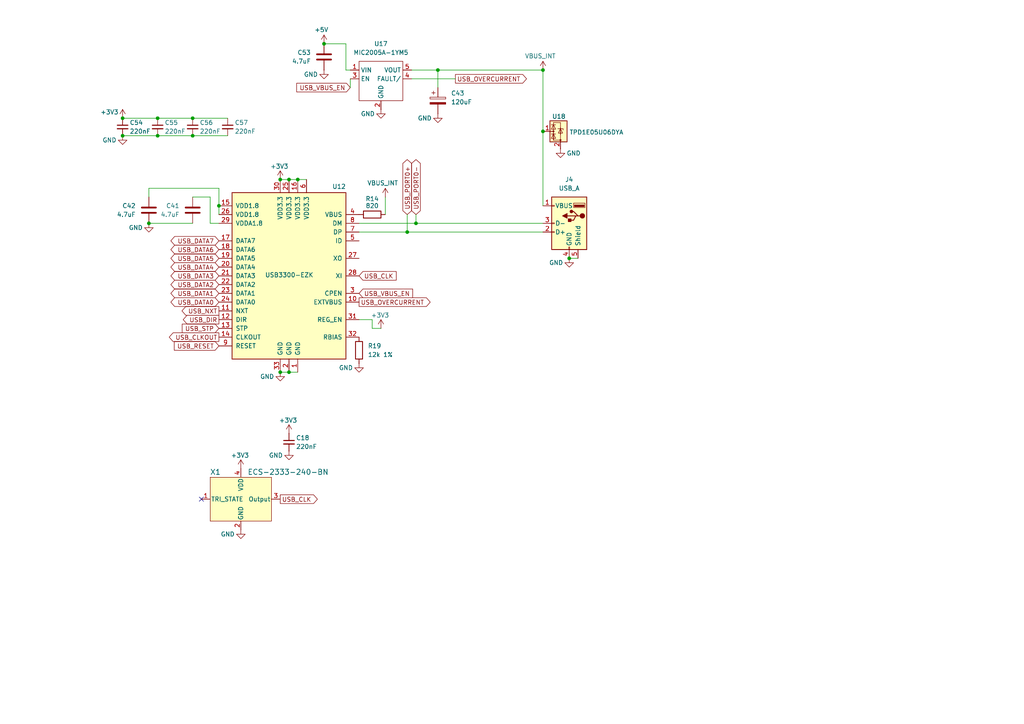
<source format=kicad_sch>
(kicad_sch (version 20231120) (generator "eeschema") (generator_version "8.0")
  (paper "A4")
  (lib_symbols
    (symbol "Connector:USB_A" (pin_names (offset 1.016))
      (property "Reference" "J4" (at 0 12.7 0))
      (property "Value" "USB_A" (at 0 10.16 0))
      (symbol "USB_A_0_1"
        (rectangle (start -5.08 -7.62) (end 5.08 7.62) (stroke (width 0.254)) (fill (type background)))
        (circle (center -3.81 2.159) (radius 0.635) (stroke (width 0.254)) (fill (type outline)))
        (rectangle (start -1.524 4.826) (end -4.318 5.334) (fill (type outline)))
        (rectangle (start -1.27 4.572) (end -4.572 5.842))
        (circle (center -0.635 3.429) (radius 0.381) (stroke (width 0.254)) (fill (type outline)))
        (rectangle (start -0.127 -7.62) (end 0.127 -6.858))
        (polyline (pts (xy -3.175 2.159) (xy -2.54 2.159) (xy -1.27 3.429) (xy -0.635 3.429)) (stroke (width 0.254)))
        (polyline (pts (xy -2.54 2.159) (xy -1.905 2.159) (xy -1.27 0.889) (xy 0 0.889)) (stroke (width 0.254)))
        (polyline (pts (xy 0.635 2.794) (xy 0.635 1.524) (xy 1.905 2.159) (xy 0.635 2.794)) (stroke (width 0.254)) (fill (type outline)))
        (rectangle (start 0.254 1.27) (end -0.508 0.508) (stroke (width 0.254)) (fill (type outline)))
        (rectangle (start 5.08 -2.667) (end 4.318 -2.413))
        (rectangle (start 5.08 -0.127) (end 4.318 0.127))
        (rectangle (start 5.08 4.953) (end 4.318 5.207))
      )
      (symbol "USB_A_1_1"
        (polyline (pts (xy -1.905 2.159) (xy 0.635 2.159)) (stroke (width 0.254)))
        (pin power_in line (at 7.62 5.08 180) (length 2.54) (name "VBUS") (number "1"))
        (pin bidirectional line (at 7.62 -2.54 180) (length 2.54) (name "D+") (number "2"))
        (pin bidirectional line (at 7.62 0 180) (length 2.54) (name "D-") (number "3"))
        (pin power_in line (at 0 -10.16 90) (length 2.54) (name "GND") (number "4"))
        (pin passive line (at -2.54 -10.16 90) (length 2.54) (name "Shield") (number "5"))
      )
    )
    (symbol "Device:C" (pin_numbers hide) (pin_names (offset 0.254))
      (property "Reference" "C" (at 0.635 2.54 0))
      (property "Value" "C" (at 0.635 -2.54 0))
      (symbol "C_0_1"
        (polyline (pts (xy -2.032 -0.762) (xy 2.032 -0.762)) (stroke (width 0.508)))
        (polyline (pts (xy -2.032 0.762) (xy 2.032 0.762)) (stroke (width 0.508)))
      )
      (symbol "C_1_1"
        (pin passive line (at 0 3.81 270) (length 2.794) (name "~") (number "1"))
        (pin passive line (at 0 -3.81 90) (length 2.794) (name "~") (number "2"))
      )
    )
    (symbol "Device:C_Polarized" (pin_numbers hide) (pin_names (offset 0.254))
      (property "Reference" "C" (at 0.635 2.54 0))
      (property "Value" "C_Polarized" (at 0.635 -2.54 0))
      (symbol "C_Polarized_0_1"
        (rectangle (start -2.286 0.508) (end 2.286 1.016))
        (polyline (pts (xy -1.778 2.286) (xy -0.762 2.286)))
        (polyline (pts (xy -1.27 2.794) (xy -1.27 1.778)))
        (rectangle (start 2.286 -0.508) (end -2.286 -1.016) (fill (type outline)))
      )
      (symbol "C_Polarized_1_1"
        (pin passive line (at 0 3.81 270) (length 2.794) (name "~") (number "1"))
        (pin passive line (at 0 -3.81 90) (length 2.794) (name "~") (number "2"))
      )
    )
    (symbol "Device:C_Small" (pin_numbers hide) (pin_names (offset 0.254) hide)
      (property "Reference" "C" (at 0.254 1.778 0))
      (property "Value" "C_Small" (at 0.254 -2.032 0))
      (symbol "C_Small_0_1"
        (polyline (pts (xy -1.524 -0.508) (xy 1.524 -0.508)) (stroke (width 0.3302)))
        (polyline (pts (xy -1.524 0.508) (xy 1.524 0.508)) (stroke (width 0.3048)))
      )
      (symbol "C_Small_1_1"
        (pin passive line (at 0 2.54 270) (length 2.032) (name "~") (number "1"))
        (pin passive line (at 0 -2.54 90) (length 2.032) (name "~") (number "2"))
      )
    )
    (symbol "Device:R" (pin_numbers hide) (pin_names (offset 0))
      (property "Reference" "R" (at 2.032 0 90))
      (property "Value" "R" (at 0 0 90))
      (symbol "R_0_1"
        (rectangle (start -1.016 -2.54) (end 1.016 2.54) (stroke (width 0.254)))
      )
      (symbol "R_1_1"
        (pin passive line (at 0 3.81 270) (length 1.27) (name "~") (number "1"))
        (pin passive line (at 0 -3.81 90) (length 1.27) (name "~") (number "2"))
      )
    )
    (symbol "Interface_USB:USB3300-EZK" (pin_names (offset 1.016))
      (property "Reference" "U" (at 0 1.27 0))
      (property "Value" "USB3300-EZK" (at 0 -1.27 0))
      (symbol "USB3300-EZK_0_1"
        (rectangle (start 16.51 -24.13) (end -16.51 24.13) (stroke (width 0.254)) (fill (type background)))
      )
      (symbol "USB3300-EZK_1_1"
        (pin power_in line (at -2.54 -27.94 90) (length 3.81) (name "GND") (number "1"))
        (pin input line (at -20.32 -7.62 0) (length 3.81) (name "EXTVBUS") (number "10"))
        (pin output line (at 20.32 -10.16 180) (length 3.81) (name "NXT") (number "11"))
        (pin output line (at 20.32 -12.7 180) (length 3.81) (name "DIR") (number "12"))
        (pin input line (at 20.32 -15.24 180) (length 3.81) (name "STP") (number "13"))
        (pin output line (at 20.32 -17.78 180) (length 3.81) (name "CLKOUT") (number "14"))
        (pin power_out line (at 20.32 20.32 180) (length 3.81) (name "VDD1.8") (number "15"))
        (pin power_in line (at -2.54 27.94 270) (length 3.81) (name "VDD3.3") (number "16"))
        (pin bidirectional line (at 20.32 10.16 180) (length 3.81) (name "DATA7") (number "17"))
        (pin bidirectional line (at 20.32 7.62 180) (length 3.81) (name "DATA6") (number "18"))
        (pin bidirectional line (at 20.32 5.08 180) (length 3.81) (name "DATA5") (number "19"))
        (pin power_in line (at 0 -27.94 90) (length 3.81) (name "GND") (number "2"))
        (pin bidirectional line (at 20.32 2.54 180) (length 3.81) (name "DATA4") (number "20"))
        (pin bidirectional line (at 20.32 0 180) (length 3.81) (name "DATA3") (number "21"))
        (pin bidirectional line (at 20.32 -2.54 180) (length 3.81) (name "DATA2") (number "22"))
        (pin bidirectional line (at 20.32 -5.08 180) (length 3.81) (name "DATA1") (number "23"))
        (pin bidirectional line (at 20.32 -7.62 180) (length 3.81) (name "DATA0") (number "24"))
        (pin power_in line (at 0 27.94 270) (length 3.81) (name "VDD3.3") (number "25"))
        (pin power_out line (at 20.32 17.78 180) (length 3.81) (name "VDD1.8") (number "26"))
        (pin output line (at -20.32 5.08 0) (length 3.81) (name "XO") (number "27"))
        (pin input line (at -20.32 0 0) (length 3.81) (name "XI") (number "28"))
        (pin power_out line (at 20.32 15.24 180) (length 3.81) (name "VDDA1.8") (number "29"))
        (pin output line (at -20.32 -5.08 0) (length 3.81) (name "CPEN") (number "3"))
        (pin power_in line (at 2.54 27.94 270) (length 3.81) (name "VDD3.3") (number "30"))
        (pin bidirectional line (at -20.32 -12.7 0) (length 3.81) (name "REG_EN") (number "31"))
        (pin passive line (at -20.32 -17.78 0) (length 3.81) (name "RBIAS") (number "32"))
        (pin power_in line (at 2.54 -27.94 90) (length 3.81) (name "GND") (number "33"))
        (pin power_in line (at -20.32 17.78 0) (length 3.81) (name "VBUS") (number "4"))
        (pin input line (at -20.32 10.16 0) (length 3.81) (name "ID") (number "5"))
        (pin power_in line (at -5.08 27.94 270) (length 3.81) (name "VDD3.3") (number "6"))
        (pin bidirectional line (at -20.32 12.7 0) (length 3.81) (name "DP") (number "7"))
        (pin bidirectional line (at -20.32 15.24 0) (length 3.81) (name "DM") (number "8"))
        (pin input line (at 20.32 -20.32 180) (length 3.81) (name "RESET") (number "9"))
      )
    )
    (symbol "Oscillator:ECS-2333-240-BN" (pin_names (offset 0.254))
      (property "Reference" "X" (at -7.62 7.874 0))
      (property "Value" "ECS-2333-240-BN" (at 13.462 8.382 0))
      (symbol "ECS-2333-240-BN_0_1"
        (rectangle (start -8.89 6.35) (end 8.89 -6.35) (fill (type background)))
        (pin power_in line (at 0 8.89 270) (length 2.54) (name "VDD") (number "4"))
      )
      (symbol "ECS-2333-240-BN_1_1"
        (pin tri_state line (at -11.43 0 0) (length 2.54) (name "TRI_STATE") (number "1"))
        (pin power_out line (at 0 -8.89 90) (length 2.54) (name "GND") (number "2"))
        (pin output line (at 11.43 0 180) (length 2.54) (name "Output") (number "3"))
      )
    )
    (symbol "Power_Management:MIC2005A-1YM5"
      (property "Reference" "U" (at 0 0 0))
      (property "Value" "MIC2005A-1YM5" (at 9.906 1.524 0))
      (symbol "MIC2005A-1YM5_0_1"
        (rectangle (start 2.54 0) (end 15.24 -11.43))
      )
      (symbol "MIC2005A-1YM5_1_1"
        (pin power_in line (at 0 -2.54 0) (length 2.54) (name "VIN") (number "1"))
        (pin power_out line (at 8.89 -13.97 90) (length 2.54) (name "GND") (number "2"))
        (pin input line (at 0 -5.08 0) (length 2.54) (name "EN") (number "3"))
        (pin output line (at 17.78 -5.08 180) (length 2.54) (name "FAULT/") (number "4"))
        (pin power_out line (at 17.78 -2.54 180) (length 2.54) (name "VOUT") (number "5"))
      )
    )
    (symbol "Power_Protection:TPD1E05U06DYA" (pin_names (offset 0) hide)
      (property "Reference" "U" (at -2.54 3.175 0))
      (property "Value" "TPD1E05U06DYA" (at 1.27 3.175 0))
      (symbol "TPD1E05U06DYA_0_1"
        (rectangle (start -3.048 1.905) (end 3.048 -3.048) (stroke (width 0.254)) (fill (type background)))
        (circle (center 0 -2.032) (radius 0.2032) (fill (type outline)))
        (polyline (pts (xy -2.54 -2.032) (xy -2.54 0)))
        (polyline (pts (xy -1.905 -2.667) (xy -1.905 -1.397)))
        (polyline (pts (xy -1.016 0) (xy -2.54 0)))
        (polyline (pts (xy -0.762 -0.762) (xy -0.762 0.762)))
        (polyline (pts (xy -0.762 0.762) (xy -0.762 0.762)))
        (polyline (pts (xy -0.635 -2.032) (xy -2.54 -2.032)))
        (polyline (pts (xy -0.635 -2.032) (xy 0.635 -2.032)))
        (polyline (pts (xy -0.381 0.762) (xy -0.762 0.762)))
        (polyline (pts (xy 0 -2.54) (xy 0 -2.032)))
        (polyline (pts (xy 0.762 -2.667) (xy 0.762 -1.397)))
        (polyline (pts (xy 0.889 0) (xy -1.016 0)))
        (polyline (pts (xy 0.889 0) (xy -1.016 0)))
        (polyline (pts (xy 0.889 0) (xy 2.54 0)))
        (polyline (pts (xy 2.54 -2.032) (xy 0.635 -2.032)))
        (polyline (pts (xy 2.54 -2.032) (xy 0.635 -2.032)))
        (polyline (pts (xy 2.54 -2.032) (xy 2.54 0)))
        (polyline (pts (xy -1.905 -2.032) (xy -0.635 -1.397) (xy -0.635 -2.667) (xy -1.905 -2.032)))
        (polyline (pts (xy -0.762 0) (xy 0.508 0.635) (xy 0.508 -0.635) (xy -0.762 0)))
        (polyline (pts (xy 0.762 -2.032) (xy 2.032 -1.397) (xy 2.032 -2.667) (xy 0.762 -2.032)))
        (circle (center 2.54 0) (radius 0.2032) (fill (type outline)))
      )
      (symbol "TPD1E05U06DYA_1_1"
        (pin passive line (at 0 -5.08 90) (length 2.54) (name "I/O") (number "1"))
        (pin power_in line (at 5.08 0 180) (length 2.54) (name "GND") (number "2"))
      )
    )
    (symbol "power:+1V8" (power) (pin_numbers hide) (pin_names (offset 0) hide)
      (property "Value" "+1V8" (at 0 3.556 0))
      (symbol "+1V8_0_1"
        (polyline (pts (xy -0.762 1.27) (xy 0 2.54)))
        (polyline (pts (xy 0 0) (xy 0 2.54)))
        (polyline (pts (xy 0 2.54) (xy 0.762 1.27)))
      )
      (symbol "+1V8_1_1"
        (pin power_in line (at 0 0 90) (length 0) (name "~") (number "1"))
      )
    )
    (symbol "power:+3V3" (power) (pin_numbers hide) (pin_names (offset 0) hide)
      (property "Value" "+3V3" (at 0 3.556 0))
      (symbol "+3V3_0_1"
        (polyline (pts (xy -0.762 1.27) (xy 0 2.54)))
        (polyline (pts (xy 0 0) (xy 0 2.54)))
        (polyline (pts (xy 0 2.54) (xy 0.762 1.27)))
      )
      (symbol "+3V3_1_1"
        (pin power_in line (at 0 0 90) (length 0) (name "~") (number "1"))
      )
    )
    (symbol "power:GND" (power) (pin_numbers hide) (pin_names (offset 0) hide)
      (property "Value" "GND" (at 0 -3.81 0))
      (symbol "GND_0_1"
        (polyline (pts (xy 0 0) (xy 0 -1.27) (xy 1.27 -1.27) (xy 0 -2.54) (xy -1.27 -1.27) (xy 0 -1.27)))
      )
      (symbol "GND_1_1"
        (pin power_in line (at 0 0 270) (length 0) (name "~") (number "1"))
      )
    )
  )
  (junction (at 45.72 34.29))
  (junction (at 165.1 74.93))
  (junction (at 120.65 64.77))
  (junction (at 35.56 34.29))
  (junction (at 93.98 12.7))
  (junction (at 157.48 20.32))
  (junction (at 81.28 107.95))
  (junction (at 55.88 39.37))
  (junction (at 45.72 39.37))
  (junction (at 83.82 52.07))
  (junction (at 86.36 52.07))
  (junction (at 118.11 67.31))
  (junction (at 35.56 39.37))
  (junction (at 55.88 34.29))
  (junction (at 83.82 107.95))
  (junction (at 81.28 52.07))
  (junction (at 43.18 64.77))
  (junction (at 63.5 59.69))
  (junction (at 127 20.32))
  (junction (at 157.48 38.1))
  (no_connect (at 58.42 144.78))
  (wire (pts (xy 63.5 59.69) (xy 63.5 62.23)))
  (wire (pts (xy 132.08 22.86) (xy 119.38 22.86)))
  (wire (pts (xy 104.14 64.77) (xy 120.65 64.77)))
  (wire (pts (xy 118.11 62.23) (xy 118.11 67.31)))
  (wire (pts (xy 101.6 25.4) (xy 101.6 22.86)))
  (wire (pts (xy 35.56 34.29) (xy 45.72 34.29)))
  (wire (pts (xy 81.28 107.95) (xy 83.82 107.95)))
  (wire (pts (xy 157.48 20.32) (xy 157.48 38.1)))
  (wire (pts (xy 119.38 20.32) (xy 127 20.32)))
  (wire (pts (xy 100.33 20.32) (xy 101.6 20.32)))
  (wire (pts (xy 35.56 39.37) (xy 45.72 39.37)))
  (wire (pts (xy 45.72 34.29) (xy 55.88 34.29)))
  (wire (pts (xy 55.88 57.15) (xy 60.96 57.15)))
  (wire (pts (xy 93.98 12.7) (xy 100.33 12.7)))
  (wire (pts (xy 104.14 67.31) (xy 118.11 67.31)))
  (wire (pts (xy 107.95 95.25) (xy 107.95 92.71)))
  (wire (pts (xy 120.65 64.77) (xy 157.48 64.77)))
  (wire (pts (xy 60.96 64.77) (xy 63.5 64.77)))
  (wire (pts (xy 127 20.32) (xy 157.48 20.32)))
  (wire (pts (xy 55.88 34.29) (xy 66.04 34.29)))
  (wire (pts (xy 157.48 38.1) (xy 157.48 59.69)))
  (wire (pts (xy 63.5 54.61) (xy 63.5 59.69)))
  (wire (pts (xy 120.65 62.23) (xy 120.65 64.77)))
  (wire (pts (xy 81.28 52.07) (xy 83.82 52.07)))
  (wire (pts (xy 60.96 57.15) (xy 60.96 64.77)))
  (wire (pts (xy 43.18 57.15) (xy 43.18 54.61)))
  (wire (pts (xy 43.18 64.77) (xy 55.88 64.77)))
  (wire (pts (xy 83.82 107.95) (xy 86.36 107.95)))
  (wire (pts (xy 100.33 12.7) (xy 100.33 20.32)))
  (wire (pts (xy 55.88 39.37) (xy 66.04 39.37)))
  (wire (pts (xy 43.18 54.61) (xy 63.5 54.61)))
  (wire (pts (xy 118.11 67.31) (xy 157.48 67.31)))
  (wire (pts (xy 165.1 74.93) (xy 167.64 74.93)))
  (wire (pts (xy 111.76 62.23) (xy 111.76 57.15)))
  (wire (pts (xy 127 20.32) (xy 127 25.4)))
  (wire (pts (xy 86.36 52.07) (xy 88.9 52.07)))
  (wire (pts (xy 107.95 92.71) (xy 104.14 92.71)))
  (wire (pts (xy 45.72 39.37) (xy 55.88 39.37)))
  (wire (pts (xy 83.82 52.07) (xy 86.36 52.07)))
  (wire (pts (xy 107.95 95.25) (xy 110.49 95.25)))
  (global_label "USB_DATA2" (shape bidirectional) (at 63.5 82.55 180) (property "Intersheetrefs" "${INTERSHEET_REFS}" (effects (hide yes))))
  (global_label "USB_DATA6" (shape bidirectional) (at 63.5 72.39 180) (property "Intersheetrefs" "${INTERSHEET_REFS}" (effects (hide yes))))
  (global_label "USB_CLK" (shape output) (at 81.28 144.78 0) (property "Intersheetrefs" "${INTERSHEET_REFS}" (effects (hide yes))))
  (global_label "USB_VBUS_EN" (shape input) (at 101.6 25.4 180) (property "Intersheetrefs" "${INTERSHEET_REFS}" (effects (hide yes))))
  (global_label "USB_PORT0-" (shape bidirectional) (at 120.65 62.23 90) (property "Intersheetrefs" "${INTERSHEET_REFS}" (effects (hide yes))))
  (global_label "USB_OVERCURRENT" (shape output) (at 132.08 22.86 0) (property "Intersheetrefs" "${INTERSHEET_REFS}" (effects (hide yes))))
  (global_label "USB_CLKOUT" (shape output) (at 63.5 97.79 180) (property "Intersheetrefs" "${INTERSHEET_REFS}" (effects (hide yes))))
  (global_label "USB_PORT0+" (shape bidirectional) (at 118.11 62.23 90) (property "Intersheetrefs" "${INTERSHEET_REFS}" (effects (hide yes))))
  (global_label "USB_DATA5" (shape bidirectional) (at 63.5 74.93 180) (property "Intersheetrefs" "${INTERSHEET_REFS}" (effects (hide yes))))
  (global_label "USB_RESET" (shape input) (at 63.5 100.33 180) (property "Intersheetrefs" "${INTERSHEET_REFS}" (effects (hide yes))))
  (global_label "USB_DATA1" (shape bidirectional) (at 63.5 85.09 180) (property "Intersheetrefs" "${INTERSHEET_REFS}" (effects (hide yes))))
  (global_label "USB_OVERCURRENT" (shape output) (at 104.14 87.63 0) (property "Intersheetrefs" "${INTERSHEET_REFS}" (effects (hide yes))))
  (global_label "USB_DATA7" (shape bidirectional) (at 63.5 69.85 180) (property "Intersheetrefs" "${INTERSHEET_REFS}" (effects (hide yes))))
  (global_label "USB_NXT" (shape output) (at 63.5 90.17 180) (property "Intersheetrefs" "${INTERSHEET_REFS}" (effects (hide yes))))
  (global_label "USB_DATA4" (shape bidirectional) (at 63.5 77.47 180) (property "Intersheetrefs" "${INTERSHEET_REFS}" (effects (hide yes))))
  (global_label "USB_DIR" (shape output) (at 63.5 92.71 180) (property "Intersheetrefs" "${INTERSHEET_REFS}" (effects (hide yes))))
  (global_label "USB_VBUS_EN" (shape input) (at 104.14 85.09 0) (property "Intersheetrefs" "${INTERSHEET_REFS}" (effects (hide yes))))
  (global_label "USB_DATA3" (shape bidirectional) (at 63.5 80.01 180) (property "Intersheetrefs" "${INTERSHEET_REFS}" (effects (hide yes))))
  (global_label "USB_STP" (shape input) (at 63.5 95.25 180) (property "Intersheetrefs" "${INTERSHEET_REFS}" (effects (hide yes))))
  (global_label "USB_CLK" (shape input) (at 104.14 80.01 0) (property "Intersheetrefs" "${INTERSHEET_REFS}" (effects (hide yes))))
  (global_label "USB_DATA0" (shape bidirectional) (at 63.5 87.63 180) (property "Intersheetrefs" "${INTERSHEET_REFS}" (effects (hide yes))))
  (symbol (lib_id "Device:C_Small") (at 45.72 36.83 0) (unit 1)
    (property "Reference" "C55" (at 47.752 35.56 0) (effects (justify left)))
    (property "Value" "220nF" (at 47.752 38.1 0) (effects (justify left)))
    (property "Footprint" "Capacitor_SMD:C_0201_0603Metric_Pad0.64x0.40mm_HandSolder" (effects (hide yes)))
    (property "Description" "Unpolarized capacitor, small symbol" (effects (hide yes)))
  )
  (symbol (lib_id "Interface_USB:USB3300-EZK") (at 83.82 80.01 0) (mirror y) (unit 1)
    (property "Reference" "U12" (at 100.33 54.102 0) (effects (justify left)))
    (property "Value" "USB3300-EZK" (at 90.932 79.756 0) (effects (justify left)))
    (property "Footprint" "Package_DFN_QFN:QFN-32-1EP_5x5mm_P0.5mm_EP3.45x3.45mm" (effects (hide yes)))
    (property "Datasheet" "http://ww1.microchip.com/downloads/en/DeviceDoc/00001783C.pdf" (effects (hide yes)))
    (property "Description" "Hi-Speed USB Host, Device or OTG PHY with ULPI Interface" (effects (hide yes)))
  )
  (symbol (lib_id "Device:R") (at 107.95 62.23 90) (mirror x) (unit 1)
    (property "Reference" "R14" (at 107.95 57.658 90))
    (property "Value" "820" (at 107.95 59.69 90))
    (property "Footprint" "Resistor_SMD:R_0402_1005Metric_Pad0.72x0.64mm_HandSolder" (effects (hide yes)))
    (property "Description" "Resistor" (effects (hide yes)))
  )
  (symbol (lib_id "Device:C") (at 93.98 16.51 0) (mirror y) (unit 1)
    (property "Reference" "C53" (at 90.17 15.2399 0) (effects (justify left)))
    (property "Value" "4.7uF" (at 90.17 17.7799 0) (effects (justify left)))
    (property "Footprint" "Capacitor_SMD:C_0402_1005Metric_Pad0.74x0.62mm_HandSolder" (effects (hide yes)))
    (property "Description" "Unpolarized capacitor" (effects (hide yes)))
  )
  (symbol (lib_id "power:GND") (at 162.56 43.18 0) (unit 1)
    (property "Reference" "#PWR0174" (effects (hide yes)))
    (property "Value" "GND" (at 166.37 44.45 0))
    (property "Description" "Power symbol creates a global label with name \"GND\" , ground" (effects (hide yes)))
  )
  (symbol (lib_id "Device:C") (at 43.18 60.96 0) (mirror y) (unit 1)
    (property "Reference" "C42" (at 39.37 59.6899 0) (effects (justify left)))
    (property "Value" "4.7uF" (at 39.37 62.2299 0) (effects (justify left)))
    (property "Footprint" "Capacitor_SMD:C_0402_1005Metric_Pad0.74x0.62mm_HandSolder" (effects (hide yes)))
    (property "Description" "Unpolarized capacitor" (effects (hide yes)))
  )
  (symbol (lib_id "Power_Protection:TPD1E05U06DYA") (at 162.56 38.1 270) (unit 1)
    (property "Reference" "U18" (at 164.084 33.782 90) (effects (justify right)))
    (property "Value" "TPD1E05U06DYA" (at 180.848 38.354 90) (effects (justify right)))
    (property "Footprint" "Diode_SMD:D_SOD-523" (effects (hide yes)))
    (property "Datasheet" "https://www.ti.com/lit/ds/symlink/tpd1e05u06.pdf" (effects (hide yes)))
    (property "Description" "1-Channel ESD Protection for Super-Speed USB 3.0 Interface, SOD-523" (effects (hide yes)))
  )
  (symbol (lib_id "power:GND") (at 35.56 39.37 0) (mirror y) (unit 1)
    (property "Reference" "#PWR0256" (effects (hide yes)))
    (property "Value" "GND" (at 31.75 40.64 0))
    (property "Description" "Power symbol creates a global label with name \"GND\" , ground" (effects (hide yes)))
  )
  (symbol (lib_id "power:GND") (at 93.98 20.32 0) (mirror y) (unit 1)
    (property "Reference" "#PWR0254" (effects (hide yes)))
    (property "Value" "GND" (at 90.17 21.59 0))
    (property "Description" "Power symbol creates a global label with name \"GND\" , ground" (effects (hide yes)))
  )
  (symbol (lib_id "power:+1V8") (at 35.56 34.29 0) (unit 1)
    (property "Reference" "#PWR0255" (effects (hide yes)))
    (property "Value" "+3V3" (at 31.75 32.512 0))
    (property "Description" "Power symbol creates a global label with name \"+1V8\"" (effects (hide yes)))
  )
  (symbol (lib_id "power:GND") (at 104.14 105.41 0) (mirror y) (unit 1)
    (property "Reference" "#PWR0219" (effects (hide yes)))
    (property "Value" "GND" (at 100.33 106.68 0))
    (property "Description" "Power symbol creates a global label with name \"GND\" , ground" (effects (hide yes)))
  )
  (symbol (lib_id "Device:C_Polarized") (at 127 29.21 0) (unit 1)
    (property "Reference" "C43" (at 130.81 27.0509 0) (effects (justify left)))
    (property "Value" "120uF" (at 130.81 29.5909 0) (effects (justify left)))
    (property "Footprint" "Capacitor_SMD:CP_Elec_6.3x5.8" (effects (hide yes)))
    (property "Description" "Polarized capacitor" (effects (hide yes)))
  )
  (symbol (lib_id "power:+3V3") (at 83.82 125.73 0) (mirror y) (unit 1)
    (property "Reference" "#PWR0170" (effects (hide yes)))
    (property "Value" "+3V3" (at 83.566 121.92 0))
    (property "Description" "Power symbol creates a global label with name \"+3V3\"" (effects (hide yes)))
  )
  (symbol (lib_id "power:+1V8") (at 111.76 57.15 0) (unit 1)
    (property "Reference" "#PWR0172" (effects (hide yes)))
    (property "Value" "VBUS_INT" (at 110.998 53.086 0))
    (property "Description" "Power symbol creates a global label with name \"+1V8\"" (effects (hide yes)))
  )
  (symbol (lib_id "power:+1V8") (at 93.98 12.7 0) (unit 1)
    (property "Reference" "#PWR0176" (effects (hide yes)))
    (property "Value" "+5V" (at 93.218 8.636 0))
    (property "Description" "Power symbol creates a global label with name \"+1V8\"" (effects (hide yes)))
  )
  (symbol (lib_id "power:GND") (at 165.1 74.93 0) (mirror y) (unit 1)
    (property "Reference" "#PWR0175" (effects (hide yes)))
    (property "Value" "GND" (at 161.29 76.2 0))
    (property "Description" "Power symbol creates a global label with name \"GND\" , ground" (effects (hide yes)))
  )
  (symbol (lib_id "Connector:USB_A") (at 165.1 64.77 0) (mirror y) (unit 1)
    (property "Reference" "J4" (at 165.1 52.07 0))
    (property "Value" "USB_A" (at 165.1 54.61 0))
    (property "Footprint" "Connector_USB:USB_A_Molex_67643_Horizontal" (effects (hide yes)))
    (property "Description" "USB Type A connector" (effects (hide yes)))
  )
  (symbol (lib_id "power:GND") (at 43.18 64.77 0) (mirror y) (unit 1)
    (property "Reference" "#PWR0165" (effects (hide yes)))
    (property "Value" "GND" (at 39.37 66.04 0))
    (property "Description" "Power symbol creates a global label with name \"GND\" , ground" (effects (hide yes)))
  )
  (symbol (lib_id "power:GND") (at 127 33.02 0) (mirror y) (unit 1)
    (property "Reference" "#PWR0221" (effects (hide yes)))
    (property "Value" "GND" (at 123.19 34.29 0))
    (property "Description" "Power symbol creates a global label with name \"GND\" , ground" (effects (hide yes)))
  )
  (symbol (lib_id "power:GND") (at 69.85 153.67 0) (mirror y) (unit 1)
    (property "Reference" "#PWR0167" (effects (hide yes)))
    (property "Value" "GND" (at 66.04 154.94 0))
    (property "Description" "Power symbol creates a global label with name \"GND\" , ground" (effects (hide yes)))
  )
  (symbol (lib_id "Oscillator:ECS-2333-240-BN") (at 69.85 144.78 0) (unit 1)
    (property "Reference" "X1" (at 62.484 136.906 0) (effects (font (size 1.524 1.524))))
    (property "Value" "ECS-2333-240-BN" (at 83.566 136.906 0) (effects (font (size 1.524 1.524))))
    (property "Footprint" "Oscillator:ECS-2333_ECS" (effects (hide yes)))
    (property "Datasheet" "https://ecsxtal.com/store/pdf/ecs-2325-2333.pdf" (effects (hide yes)))
    (property "Description" "3v3 24MHz oscillator" (effects (hide yes)))
  )
  (symbol (lib_id "power:GND") (at 110.49 31.75 0) (mirror y) (unit 1)
    (property "Reference" "#PWR0220" (effects (hide yes)))
    (property "Value" "GND" (at 106.68 33.02 0))
    (property "Description" "Power symbol creates a global label with name \"GND\" , ground" (effects (hide yes)))
  )
  (symbol (lib_id "power:+1V8") (at 157.48 20.32 0) (unit 1)
    (property "Reference" "#PWR0201" (effects (hide yes)))
    (property "Value" "VBUS_INT" (at 156.718 16.256 0))
    (property "Description" "Power symbol creates a global label with name \"+1V8\"" (effects (hide yes)))
  )
  (symbol (lib_id "Power_Management:MIC2005A-1YM5") (at 101.6 17.78 0) (unit 1)
    (property "Reference" "U17" (at 110.49 12.7 0))
    (property "Value" "MIC2005A-1YM5" (at 110.49 15.24 0))
    (property "Footprint" "Package_TO_SOT_SMD:SOT-23-5" (effects (hide yes)))
    (property "Datasheet" "https://ww1.microchip.com/downloads/en/DeviceDoc/mic20xx.pdf" (effects (hide yes)))
    (property "Description" "Current limiting high-side power switch" (effects (hide yes)))
  )
  (symbol (lib_id "power:+3V3") (at 69.85 135.89 0) (mirror y) (unit 1)
    (property "Reference" "#PWR0166" (effects (hide yes)))
    (property "Value" "+3V3" (at 69.596 132.08 0))
    (property "Description" "Power symbol creates a global label with name \"+3V3\"" (effects (hide yes)))
  )
  (symbol (lib_id "Device:C_Small") (at 83.82 128.27 0) (unit 1)
    (property "Reference" "C18" (at 85.852 127 0) (effects (justify left)))
    (property "Value" "220nF" (at 85.852 129.54 0) (effects (justify left)))
    (property "Footprint" "Capacitor_SMD:C_0201_0603Metric_Pad0.64x0.40mm_HandSolder" (effects (hide yes)))
    (property "Description" "Unpolarized capacitor, small symbol" (effects (hide yes)))
  )
  (symbol (lib_id "power:+3V3") (at 110.49 95.25 0) (mirror y) (unit 1)
    (property "Reference" "#PWR0173" (effects (hide yes)))
    (property "Value" "+3V3" (at 110.236 91.44 0))
    (property "Description" "Power symbol creates a global label with name \"+3V3\"" (effects (hide yes)))
  )
  (symbol (lib_id "Device:C_Small") (at 55.88 36.83 0) (unit 1)
    (property "Reference" "C56" (at 57.912 35.56 0) (effects (justify left)))
    (property "Value" "220nF" (at 57.912 38.1 0) (effects (justify left)))
    (property "Footprint" "Capacitor_SMD:C_0201_0603Metric_Pad0.64x0.40mm_HandSolder" (effects (hide yes)))
    (property "Description" "Unpolarized capacitor, small symbol" (effects (hide yes)))
  )
  (symbol (lib_id "power:GND") (at 81.28 107.95 0) (mirror y) (unit 1)
    (property "Reference" "#PWR0169" (effects (hide yes)))
    (property "Value" "GND" (at 77.47 109.22 0))
    (property "Description" "Power symbol creates a global label with name \"GND\" , ground" (effects (hide yes)))
  )
  (symbol (lib_id "power:+3V3") (at 81.28 52.07 0) (mirror y) (unit 1)
    (property "Reference" "#PWR0168" (effects (hide yes)))
    (property "Value" "+3V3" (at 81.026 48.26 0))
    (property "Description" "Power symbol creates a global label with name \"+3V3\"" (effects (hide yes)))
  )
  (symbol (lib_id "power:GND") (at 83.82 130.81 0) (mirror y) (unit 1)
    (property "Reference" "#PWR0171" (effects (hide yes)))
    (property "Value" "GND" (at 80.01 132.08 0))
    (property "Description" "Power symbol creates a global label with name \"GND\" , ground" (effects (hide yes)))
  )
  (symbol (lib_id "Device:C_Small") (at 66.04 36.83 0) (unit 1)
    (property "Reference" "C57" (at 68.072 35.56 0) (effects (justify left)))
    (property "Value" "220nF" (at 68.072 38.1 0) (effects (justify left)))
    (property "Footprint" "Capacitor_SMD:C_0201_0603Metric_Pad0.64x0.40mm_HandSolder" (effects (hide yes)))
    (property "Description" "Unpolarized capacitor, small symbol" (effects (hide yes)))
  )
  (symbol (lib_id "Device:C") (at 55.88 60.96 0) (mirror y) (unit 1)
    (property "Reference" "C41" (at 52.07 59.6899 0) (effects (justify left)))
    (property "Value" "4.7uF" (at 52.07 62.2299 0) (effects (justify left)))
    (property "Footprint" "Capacitor_SMD:C_0402_1005Metric_Pad0.74x0.62mm_HandSolder" (effects (hide yes)))
    (property "Description" "Unpolarized capacitor" (effects (hide yes)))
  )
  (symbol (lib_id "Device:C_Small") (at 35.56 36.83 0) (unit 1)
    (property "Reference" "C54" (at 37.592 35.56 0) (effects (justify left)))
    (property "Value" "220nF" (at 37.592 38.1 0) (effects (justify left)))
    (property "Footprint" "Capacitor_SMD:C_0201_0603Metric_Pad0.64x0.40mm_HandSolder" (effects (hide yes)))
    (property "Description" "Unpolarized capacitor, small symbol" (effects (hide yes)))
  )
  (symbol (lib_id "Device:R") (at 104.14 101.6 180) (unit 1)
    (property "Reference" "R19" (at 106.68 100.3299 0) (effects (justify right)))
    (property "Value" "12k 1%" (at 106.68 102.8699 0) (effects (justify right)))
    (property "Footprint" "Resistor_SMD:R_0402_1005Metric_Pad0.72x0.64mm_HandSolder" (effects (hide yes)))
    (property "Description" "Resistor" (effects (hide yes)))
  )
)
</source>
